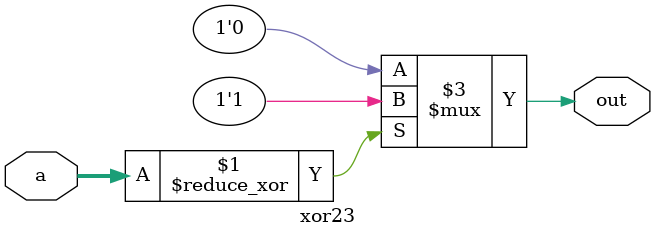
<source format=v>
module xor23 (
    input wire [3:0] a,
    output wire out
);

assign out = (^a == 1'b1) ? 1'b1 : 1'b0;

endmodule

</source>
